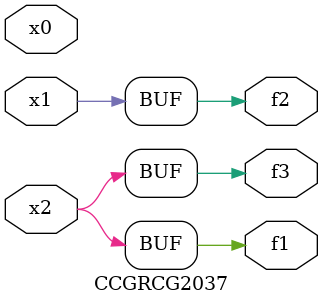
<source format=v>
module CCGRCG2037(
	input x0, x1, x2,
	output f1, f2, f3
);
	assign f1 = x2;
	assign f2 = x1;
	assign f3 = x2;
endmodule

</source>
